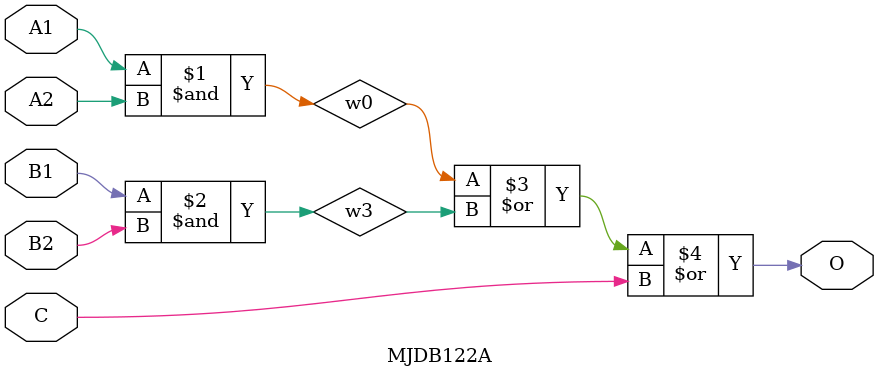
<source format=v>
module MJDB122A(A1, A2, B1, B2, C, O);
input   A1;
input   A2;
input   B1;
input   B2;
input   C;
output  O;
and g0(w0, A1, A2);
and g1(w3, B1, B2);
or g2(O, w0, w3, C);
endmodule
</source>
